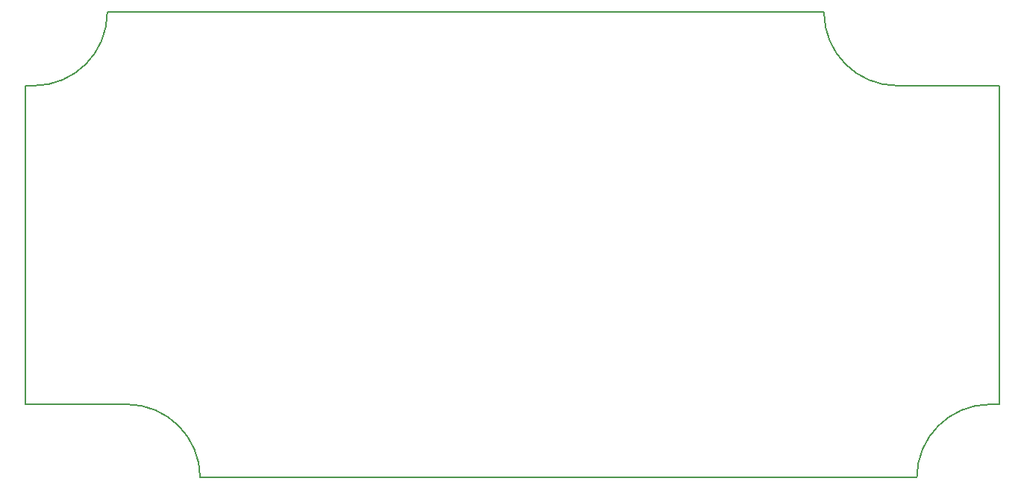
<source format=gm1>
G04 #@! TF.GenerationSoftware,KiCad,Pcbnew,(5.1.10)-1*
G04 #@! TF.CreationDate,2021-12-13T23:40:35+01:00*
G04 #@! TF.ProjectId,BikeCounter,42696b65-436f-4756-9e74-65722e6b6963,rev?*
G04 #@! TF.SameCoordinates,Original*
G04 #@! TF.FileFunction,Profile,NP*
%FSLAX46Y46*%
G04 Gerber Fmt 4.6, Leading zero omitted, Abs format (unit mm)*
G04 Created by KiCad (PCBNEW (5.1.10)-1) date 2021-12-13 23:40:35*
%MOMM*%
%LPD*%
G01*
G04 APERTURE LIST*
G04 #@! TA.AperFunction,Profile*
%ADD10C,0.150000*%
G04 #@! TD*
G04 APERTURE END LIST*
D10*
X198009000Y-107111000D02*
X199009000Y-107111000D01*
X88519000Y-70941000D02*
X89519000Y-70941000D01*
X100049000Y-107111000D02*
X88519000Y-107111000D01*
X198009000Y-107111000D02*
G75*
G03*
X189679000Y-115441000I0J-8330000D01*
G01*
X100049000Y-107111000D02*
G75*
G02*
X108379000Y-115441000I0J-8330000D01*
G01*
X199009000Y-107111000D02*
X199009000Y-70941000D01*
X189679000Y-115441000D02*
X108379000Y-115441000D01*
X88519000Y-70941000D02*
X88519000Y-107111000D01*
X187479000Y-70941000D02*
X199009000Y-70941000D01*
X187479000Y-70941000D02*
G75*
G02*
X179149000Y-62611000I0J8330000D01*
G01*
X97849000Y-62611000D02*
X179149000Y-62611000D01*
X89519000Y-70941000D02*
G75*
G03*
X97849000Y-62611000I0J8330000D01*
G01*
M02*

</source>
